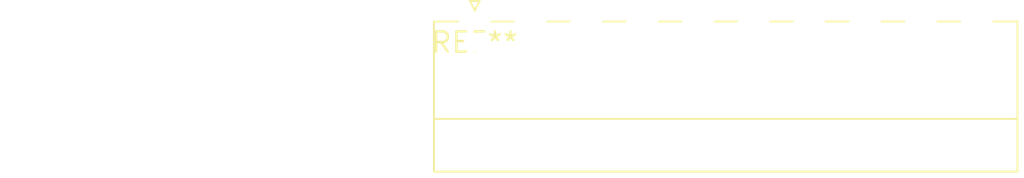
<source format=kicad_pcb>
(kicad_pcb (version 20240108) (generator pcbnew)
  (layers (0 "F.Cu" signal) (31 "B.Cu" signal) (34 "B.Paste" user) (35 "F.Paste" user) (36 "B.SilkS" user "B.Silkscreen") (37 "F.SilkS" user "F.Silkscreen") (38 "B.Mask" user) (39 "F.Mask" user) (44 "Edge.Cuts" user))
  (net 0 "")
  (footprint "PhoenixContact_MC_1,5_10-G-3.5_1x10_P3.50mm_Horizontal" (layer "F.Cu") (at 0 0)
    (property "Reference" "REF**")
    (property "Value" "PhoenixContact_MC_1,5_10-G-3.5_1x10_P3.50mm_Horizontal")
    (fp_line (start -2.56 -1.31) (end -2.56 8.11) (layer "F.SilkS") (stroke (width 0.12)))
    (fp_line (start -2.56 -1.31) (end -1.05 -1.31) (layer "F.SilkS") (stroke (width 0.12)))
    (fp_line (start -2.56 4.8) (end 34.06 4.8) (layer "F.SilkS") (stroke (width 0.12)))
    (fp_line (start -2.56 8.11) (end 34.06 8.11) (layer "F.SilkS") (stroke (width 0.12)))
    (fp_line (start -0.3 -2.6) (end 0.3 -2.6) (layer "F.SilkS") (stroke (width 0.12)))
    (fp_line (start 0 -2) (end -0.3 -2.6) (layer "F.SilkS") (stroke (width 0.12)))
    (fp_line (start 0.3 -2.6) (end 0 -2) (layer "F.SilkS") (stroke (width 0.12)))
    (fp_line (start 1.05 -1.31) (end 2.45 -1.31) (layer "F.SilkS") (stroke (width 0.12)))
    (fp_line (start 4.55 -1.31) (end 5.95 -1.31) (layer "F.SilkS") (stroke (width 0.12)))
    (fp_line (start 8.05 -1.31) (end 9.45 -1.31) (layer "F.SilkS") (stroke (width 0.12)))
    (fp_line (start 11.55 -1.31) (end 12.95 -1.31) (layer "F.SilkS") (stroke (width 0.12)))
    (fp_line (start 15.05 -1.31) (end 16.45 -1.31) (layer "F.SilkS") (stroke (width 0.12)))
    (fp_line (start 18.55 -1.31) (end 19.95 -1.31) (layer "F.SilkS") (stroke (width 0.12)))
    (fp_line (start 22.05 -1.31) (end 23.45 -1.31) (layer "F.SilkS") (stroke (width 0.12)))
    (fp_line (start 25.55 -1.31) (end 26.95 -1.31) (layer "F.SilkS") (stroke (width 0.12)))
    (fp_line (start 29.05 -1.31) (end 30.45 -1.31) (layer "F.SilkS") (stroke (width 0.12)))
    (fp_line (start 34.06 -1.31) (end 32.55 -1.31) (layer "F.SilkS") (stroke (width 0.12)))
    (fp_line (start 34.06 8.11) (end 34.06 -1.31) (layer "F.SilkS") (stroke (width 0.12)))
    (pad "1" thru_hole roundrect (at 0 0) (size 1.8 3.6) (drill 1.2) (layers *.Cu *.Mask) (remove_unused_layers) (roundrect_rratio 0.138889))
    (pad "2" thru_hole oval (at 3.5 0) (size 1.8 3.6) (drill 1.2) (layers *.Cu *.Mask) (remove_unused_layers))
    (pad "3" thru_hole oval (at 7 0) (size 1.8 3.6) (drill 1.2) (layers *.Cu *.Mask) (remove_unused_layers))
    (pad "4" thru_hole oval (at 10.5 0) (size 1.8 3.6) (drill 1.2) (layers *.Cu *.Mask) (remove_unused_layers))
    (pad "5" thru_hole oval (at 14 0) (size 1.8 3.6) (drill 1.2) (layers *.Cu *.Mask) (remove_unused_layers))
    (pad "6" thru_hole oval (at 17.5 0) (size 1.8 3.6) (drill 1.2) (layers *.Cu *.Mask) (remove_unused_layers))
    (pad "7" thru_hole oval (at 21 0) (size 1.8 3.6) (drill 1.2) (layers *.Cu *.Mask) (remove_unused_layers))
    (pad "8" thru_hole oval (at 24.5 0) (size 1.8 3.6) (drill 1.2) (layers *.Cu *.Mask) (remove_unused_layers))
    (pad "9" thru_hole oval (at 28 0) (size 1.8 3.6) (drill 1.2) (layers *.Cu *.Mask) (remove_unused_layers))
    (pad "10" thru_hole oval (at 31.5 0) (size 1.8 3.6) (drill 1.2) (layers *.Cu *.Mask) (remove_unused_layers))
  )
)
</source>
